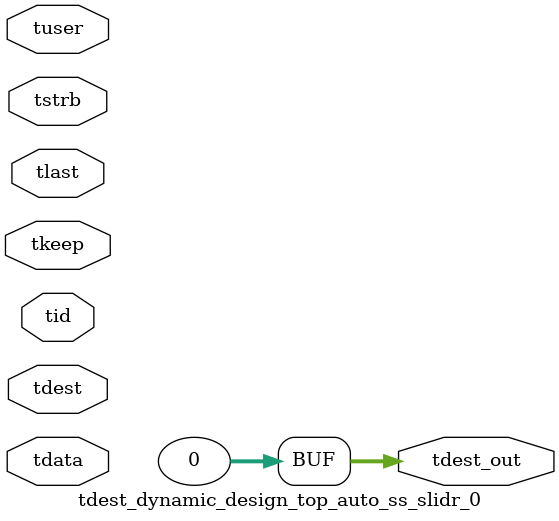
<source format=v>


`timescale 1ps/1ps

module tdest_dynamic_design_top_auto_ss_slidr_0 #
(
parameter C_S_AXIS_TDATA_WIDTH = 32,
parameter C_S_AXIS_TUSER_WIDTH = 0,
parameter C_S_AXIS_TID_WIDTH   = 0,
parameter C_S_AXIS_TDEST_WIDTH = 0,
parameter C_M_AXIS_TDEST_WIDTH = 32
)
(
input  [(C_S_AXIS_TDATA_WIDTH == 0 ? 1 : C_S_AXIS_TDATA_WIDTH)-1:0     ] tdata,
input  [(C_S_AXIS_TUSER_WIDTH == 0 ? 1 : C_S_AXIS_TUSER_WIDTH)-1:0     ] tuser,
input  [(C_S_AXIS_TID_WIDTH   == 0 ? 1 : C_S_AXIS_TID_WIDTH)-1:0       ] tid,
input  [(C_S_AXIS_TDEST_WIDTH == 0 ? 1 : C_S_AXIS_TDEST_WIDTH)-1:0     ] tdest,
input  [(C_S_AXIS_TDATA_WIDTH/8)-1:0 ] tkeep,
input  [(C_S_AXIS_TDATA_WIDTH/8)-1:0 ] tstrb,
input                                                                    tlast,
output [C_M_AXIS_TDEST_WIDTH-1:0] tdest_out
);

assign tdest_out = {1'b0};

endmodule


</source>
